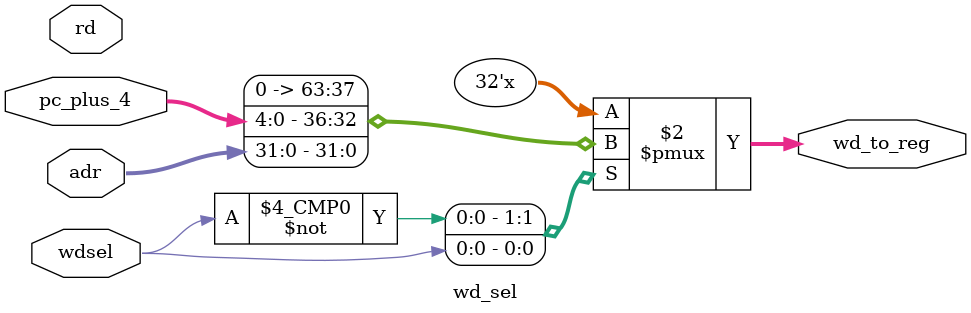
<source format=v>
`timescale 1ns / 1ps


module wd_sel(wd_to_reg,rd,adr,pc_plus_4,wdsel);
output reg [31:0] wd_to_reg; // write data to reg file
input [31:0] rd; // read data port from data memory
input [31:0] adr; // output from ALU
input [4:0] pc_plus_4; // the next pc value
input wdsel;    


always @ (wdsel,rd,adr,pc_plus_4)
case(wdsel)
2'b00: wd_to_reg<= {27'b0,pc_plus_4};
2'b01: wd_to_reg<= adr;
2'b10: wd_to_reg<= rd;
endcase

endmodule

</source>
